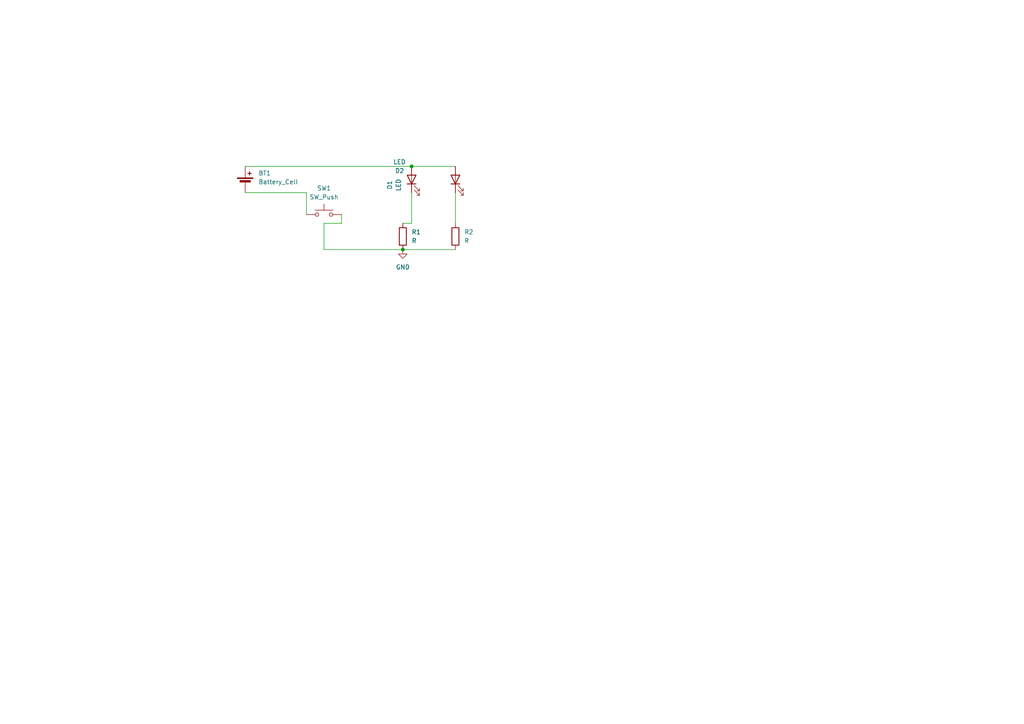
<source format=kicad_sch>
(kicad_sch
	(version 20231120)
	(generator "eeschema")
	(generator_version "8.0")
	(uuid "da0f3804-8015-4519-b0c7-f38fc7d45f6f")
	(paper "A4")
	(lib_symbols
		(symbol "Device:Battery_Cell"
			(pin_numbers hide)
			(pin_names
				(offset 0) hide)
			(exclude_from_sim no)
			(in_bom yes)
			(on_board yes)
			(property "Reference" "BT"
				(at 2.54 2.54 0)
				(effects
					(font
						(size 1.27 1.27)
					)
					(justify left)
				)
			)
			(property "Value" "Battery_Cell"
				(at 2.54 0 0)
				(effects
					(font
						(size 1.27 1.27)
					)
					(justify left)
				)
			)
			(property "Footprint" ""
				(at 0 1.524 90)
				(effects
					(font
						(size 1.27 1.27)
					)
					(hide yes)
				)
			)
			(property "Datasheet" "~"
				(at 0 1.524 90)
				(effects
					(font
						(size 1.27 1.27)
					)
					(hide yes)
				)
			)
			(property "Description" "Single-cell battery"
				(at 0 0 0)
				(effects
					(font
						(size 1.27 1.27)
					)
					(hide yes)
				)
			)
			(property "ki_keywords" "battery cell"
				(at 0 0 0)
				(effects
					(font
						(size 1.27 1.27)
					)
					(hide yes)
				)
			)
			(symbol "Battery_Cell_0_1"
				(rectangle
					(start -2.286 1.778)
					(end 2.286 1.524)
					(stroke
						(width 0)
						(type default)
					)
					(fill
						(type outline)
					)
				)
				(rectangle
					(start -1.524 1.016)
					(end 1.524 0.508)
					(stroke
						(width 0)
						(type default)
					)
					(fill
						(type outline)
					)
				)
				(polyline
					(pts
						(xy 0 0.762) (xy 0 0)
					)
					(stroke
						(width 0)
						(type default)
					)
					(fill
						(type none)
					)
				)
				(polyline
					(pts
						(xy 0 1.778) (xy 0 2.54)
					)
					(stroke
						(width 0)
						(type default)
					)
					(fill
						(type none)
					)
				)
				(polyline
					(pts
						(xy 0.762 3.048) (xy 1.778 3.048)
					)
					(stroke
						(width 0.254)
						(type default)
					)
					(fill
						(type none)
					)
				)
				(polyline
					(pts
						(xy 1.27 3.556) (xy 1.27 2.54)
					)
					(stroke
						(width 0.254)
						(type default)
					)
					(fill
						(type none)
					)
				)
			)
			(symbol "Battery_Cell_1_1"
				(pin passive line
					(at 0 5.08 270)
					(length 2.54)
					(name "+"
						(effects
							(font
								(size 1.27 1.27)
							)
						)
					)
					(number "1"
						(effects
							(font
								(size 1.27 1.27)
							)
						)
					)
				)
				(pin passive line
					(at 0 -2.54 90)
					(length 2.54)
					(name "-"
						(effects
							(font
								(size 1.27 1.27)
							)
						)
					)
					(number "2"
						(effects
							(font
								(size 1.27 1.27)
							)
						)
					)
				)
			)
		)
		(symbol "Device:LED"
			(pin_numbers hide)
			(pin_names
				(offset 1.016) hide)
			(exclude_from_sim no)
			(in_bom yes)
			(on_board yes)
			(property "Reference" "D"
				(at 0 2.54 0)
				(effects
					(font
						(size 1.27 1.27)
					)
				)
			)
			(property "Value" "LED"
				(at 0 -2.54 0)
				(effects
					(font
						(size 1.27 1.27)
					)
				)
			)
			(property "Footprint" ""
				(at 0 0 0)
				(effects
					(font
						(size 1.27 1.27)
					)
					(hide yes)
				)
			)
			(property "Datasheet" "~"
				(at 0 0 0)
				(effects
					(font
						(size 1.27 1.27)
					)
					(hide yes)
				)
			)
			(property "Description" "Light emitting diode"
				(at 0 0 0)
				(effects
					(font
						(size 1.27 1.27)
					)
					(hide yes)
				)
			)
			(property "ki_keywords" "LED diode"
				(at 0 0 0)
				(effects
					(font
						(size 1.27 1.27)
					)
					(hide yes)
				)
			)
			(property "ki_fp_filters" "LED* LED_SMD:* LED_THT:*"
				(at 0 0 0)
				(effects
					(font
						(size 1.27 1.27)
					)
					(hide yes)
				)
			)
			(symbol "LED_0_1"
				(polyline
					(pts
						(xy -1.27 -1.27) (xy -1.27 1.27)
					)
					(stroke
						(width 0.254)
						(type default)
					)
					(fill
						(type none)
					)
				)
				(polyline
					(pts
						(xy -1.27 0) (xy 1.27 0)
					)
					(stroke
						(width 0)
						(type default)
					)
					(fill
						(type none)
					)
				)
				(polyline
					(pts
						(xy 1.27 -1.27) (xy 1.27 1.27) (xy -1.27 0) (xy 1.27 -1.27)
					)
					(stroke
						(width 0.254)
						(type default)
					)
					(fill
						(type none)
					)
				)
				(polyline
					(pts
						(xy -3.048 -0.762) (xy -4.572 -2.286) (xy -3.81 -2.286) (xy -4.572 -2.286) (xy -4.572 -1.524)
					)
					(stroke
						(width 0)
						(type default)
					)
					(fill
						(type none)
					)
				)
				(polyline
					(pts
						(xy -1.778 -0.762) (xy -3.302 -2.286) (xy -2.54 -2.286) (xy -3.302 -2.286) (xy -3.302 -1.524)
					)
					(stroke
						(width 0)
						(type default)
					)
					(fill
						(type none)
					)
				)
			)
			(symbol "LED_1_1"
				(pin passive line
					(at -3.81 0 0)
					(length 2.54)
					(name "K"
						(effects
							(font
								(size 1.27 1.27)
							)
						)
					)
					(number "1"
						(effects
							(font
								(size 1.27 1.27)
							)
						)
					)
				)
				(pin passive line
					(at 3.81 0 180)
					(length 2.54)
					(name "A"
						(effects
							(font
								(size 1.27 1.27)
							)
						)
					)
					(number "2"
						(effects
							(font
								(size 1.27 1.27)
							)
						)
					)
				)
			)
		)
		(symbol "Device:R"
			(pin_numbers hide)
			(pin_names
				(offset 0)
			)
			(exclude_from_sim no)
			(in_bom yes)
			(on_board yes)
			(property "Reference" "R"
				(at 2.032 0 90)
				(effects
					(font
						(size 1.27 1.27)
					)
				)
			)
			(property "Value" "R"
				(at 0 0 90)
				(effects
					(font
						(size 1.27 1.27)
					)
				)
			)
			(property "Footprint" ""
				(at -1.778 0 90)
				(effects
					(font
						(size 1.27 1.27)
					)
					(hide yes)
				)
			)
			(property "Datasheet" "~"
				(at 0 0 0)
				(effects
					(font
						(size 1.27 1.27)
					)
					(hide yes)
				)
			)
			(property "Description" "Resistor"
				(at 0 0 0)
				(effects
					(font
						(size 1.27 1.27)
					)
					(hide yes)
				)
			)
			(property "ki_keywords" "R res resistor"
				(at 0 0 0)
				(effects
					(font
						(size 1.27 1.27)
					)
					(hide yes)
				)
			)
			(property "ki_fp_filters" "R_*"
				(at 0 0 0)
				(effects
					(font
						(size 1.27 1.27)
					)
					(hide yes)
				)
			)
			(symbol "R_0_1"
				(rectangle
					(start -1.016 -2.54)
					(end 1.016 2.54)
					(stroke
						(width 0.254)
						(type default)
					)
					(fill
						(type none)
					)
				)
			)
			(symbol "R_1_1"
				(pin passive line
					(at 0 3.81 270)
					(length 1.27)
					(name "~"
						(effects
							(font
								(size 1.27 1.27)
							)
						)
					)
					(number "1"
						(effects
							(font
								(size 1.27 1.27)
							)
						)
					)
				)
				(pin passive line
					(at 0 -3.81 90)
					(length 1.27)
					(name "~"
						(effects
							(font
								(size 1.27 1.27)
							)
						)
					)
					(number "2"
						(effects
							(font
								(size 1.27 1.27)
							)
						)
					)
				)
			)
		)
		(symbol "Switch:SW_Push"
			(pin_numbers hide)
			(pin_names
				(offset 1.016) hide)
			(exclude_from_sim no)
			(in_bom yes)
			(on_board yes)
			(property "Reference" "SW"
				(at 1.27 2.54 0)
				(effects
					(font
						(size 1.27 1.27)
					)
					(justify left)
				)
			)
			(property "Value" "SW_Push"
				(at 0 -1.524 0)
				(effects
					(font
						(size 1.27 1.27)
					)
				)
			)
			(property "Footprint" ""
				(at 0 5.08 0)
				(effects
					(font
						(size 1.27 1.27)
					)
					(hide yes)
				)
			)
			(property "Datasheet" "~"
				(at 0 5.08 0)
				(effects
					(font
						(size 1.27 1.27)
					)
					(hide yes)
				)
			)
			(property "Description" "Push button switch, generic, two pins"
				(at 0 0 0)
				(effects
					(font
						(size 1.27 1.27)
					)
					(hide yes)
				)
			)
			(property "ki_keywords" "switch normally-open pushbutton push-button"
				(at 0 0 0)
				(effects
					(font
						(size 1.27 1.27)
					)
					(hide yes)
				)
			)
			(symbol "SW_Push_0_1"
				(circle
					(center -2.032 0)
					(radius 0.508)
					(stroke
						(width 0)
						(type default)
					)
					(fill
						(type none)
					)
				)
				(polyline
					(pts
						(xy 0 1.27) (xy 0 3.048)
					)
					(stroke
						(width 0)
						(type default)
					)
					(fill
						(type none)
					)
				)
				(polyline
					(pts
						(xy 2.54 1.27) (xy -2.54 1.27)
					)
					(stroke
						(width 0)
						(type default)
					)
					(fill
						(type none)
					)
				)
				(circle
					(center 2.032 0)
					(radius 0.508)
					(stroke
						(width 0)
						(type default)
					)
					(fill
						(type none)
					)
				)
				(pin passive line
					(at -5.08 0 0)
					(length 2.54)
					(name "1"
						(effects
							(font
								(size 1.27 1.27)
							)
						)
					)
					(number "1"
						(effects
							(font
								(size 1.27 1.27)
							)
						)
					)
				)
				(pin passive line
					(at 5.08 0 180)
					(length 2.54)
					(name "2"
						(effects
							(font
								(size 1.27 1.27)
							)
						)
					)
					(number "2"
						(effects
							(font
								(size 1.27 1.27)
							)
						)
					)
				)
			)
		)
		(symbol "power:GND"
			(power)
			(pin_numbers hide)
			(pin_names
				(offset 0) hide)
			(exclude_from_sim no)
			(in_bom yes)
			(on_board yes)
			(property "Reference" "#PWR"
				(at 0 -6.35 0)
				(effects
					(font
						(size 1.27 1.27)
					)
					(hide yes)
				)
			)
			(property "Value" "GND"
				(at 0 -3.81 0)
				(effects
					(font
						(size 1.27 1.27)
					)
				)
			)
			(property "Footprint" ""
				(at 0 0 0)
				(effects
					(font
						(size 1.27 1.27)
					)
					(hide yes)
				)
			)
			(property "Datasheet" ""
				(at 0 0 0)
				(effects
					(font
						(size 1.27 1.27)
					)
					(hide yes)
				)
			)
			(property "Description" "Power symbol creates a global label with name \"GND\" , ground"
				(at 0 0 0)
				(effects
					(font
						(size 1.27 1.27)
					)
					(hide yes)
				)
			)
			(property "ki_keywords" "global power"
				(at 0 0 0)
				(effects
					(font
						(size 1.27 1.27)
					)
					(hide yes)
				)
			)
			(symbol "GND_0_1"
				(polyline
					(pts
						(xy 0 0) (xy 0 -1.27) (xy 1.27 -1.27) (xy 0 -2.54) (xy -1.27 -1.27) (xy 0 -1.27)
					)
					(stroke
						(width 0)
						(type default)
					)
					(fill
						(type none)
					)
				)
			)
			(symbol "GND_1_1"
				(pin power_in line
					(at 0 0 270)
					(length 0)
					(name "~"
						(effects
							(font
								(size 1.27 1.27)
							)
						)
					)
					(number "1"
						(effects
							(font
								(size 1.27 1.27)
							)
						)
					)
				)
			)
		)
	)
	(junction
		(at 116.84 72.39)
		(diameter 0)
		(color 0 0 0 0)
		(uuid "3d07dfcf-d83c-4129-ab1a-f6a9a145a432")
	)
	(junction
		(at 119.38 48.26)
		(diameter 0)
		(color 0 0 0 0)
		(uuid "5d8bd79d-156d-4a67-a689-66f3fa43e0ce")
	)
	(wire
		(pts
			(xy 88.9 55.88) (xy 88.9 62.23)
		)
		(stroke
			(width 0)
			(type default)
		)
		(uuid "1a8d199b-198d-490b-a5dd-6a5e47432e49")
	)
	(wire
		(pts
			(xy 119.38 64.77) (xy 119.38 55.88)
		)
		(stroke
			(width 0)
			(type default)
		)
		(uuid "1dab18cf-fa6a-4608-a1fd-3dce39f321d4")
	)
	(wire
		(pts
			(xy 93.98 72.39) (xy 116.84 72.39)
		)
		(stroke
			(width 0)
			(type default)
		)
		(uuid "3628315e-99bc-427c-9b8b-4f4c28f213dd")
	)
	(wire
		(pts
			(xy 119.38 48.26) (xy 132.08 48.26)
		)
		(stroke
			(width 0)
			(type default)
		)
		(uuid "6c09c31f-3a10-407d-8c35-950d5c61b3b0")
	)
	(wire
		(pts
			(xy 71.12 48.26) (xy 119.38 48.26)
		)
		(stroke
			(width 0)
			(type default)
		)
		(uuid "7720fe84-3d02-4ae7-96c2-8e90cbe18e6b")
	)
	(wire
		(pts
			(xy 71.12 55.88) (xy 88.9 55.88)
		)
		(stroke
			(width 0)
			(type default)
		)
		(uuid "7b5bbd12-e624-4f48-918f-77f4ec047c52")
	)
	(wire
		(pts
			(xy 116.84 64.77) (xy 119.38 64.77)
		)
		(stroke
			(width 0)
			(type default)
		)
		(uuid "89bb64e7-b1c5-46ed-8a93-9b68092a4094")
	)
	(wire
		(pts
			(xy 132.08 55.88) (xy 132.08 64.77)
		)
		(stroke
			(width 0)
			(type default)
		)
		(uuid "8e79f6b7-befb-4b14-92c6-9316ec085b97")
	)
	(wire
		(pts
			(xy 99.06 64.77) (xy 99.06 62.23)
		)
		(stroke
			(width 0)
			(type default)
		)
		(uuid "cac53fda-54bf-48c9-b81b-20c11da3027a")
	)
	(wire
		(pts
			(xy 116.84 72.39) (xy 132.08 72.39)
		)
		(stroke
			(width 0)
			(type default)
		)
		(uuid "cb17bc78-04bd-481a-b2ef-5fc872025b90")
	)
	(wire
		(pts
			(xy 93.98 64.77) (xy 93.98 72.39)
		)
		(stroke
			(width 0)
			(type default)
		)
		(uuid "ecfd7663-cf4c-4a8a-9d93-7aefd9450199")
	)
	(wire
		(pts
			(xy 93.98 64.77) (xy 99.06 64.77)
		)
		(stroke
			(width 0)
			(type default)
		)
		(uuid "f5990bbd-80f5-4854-b021-9d8fd05d4786")
	)
	(symbol
		(lib_id "Device:Battery_Cell")
		(at 71.12 53.34 0)
		(unit 1)
		(exclude_from_sim no)
		(in_bom yes)
		(on_board yes)
		(dnp no)
		(fields_autoplaced yes)
		(uuid "04b41406-aaf8-426f-b2b6-597898eff50d")
		(property "Reference" "BT1"
			(at 74.93 50.2284 0)
			(effects
				(font
					(size 1.27 1.27)
				)
				(justify left)
			)
		)
		(property "Value" "Battery_Cell"
			(at 74.93 52.7684 0)
			(effects
				(font
					(size 1.27 1.27)
				)
				(justify left)
			)
		)
		(property "Footprint" "Battery:BatteryHolder_Keystone_3034_1x20mm"
			(at 71.12 51.816 90)
			(effects
				(font
					(size 1.27 1.27)
				)
				(hide yes)
			)
		)
		(property "Datasheet" "~"
			(at 71.12 51.816 90)
			(effects
				(font
					(size 1.27 1.27)
				)
				(hide yes)
			)
		)
		(property "Description" "Single-cell battery"
			(at 71.12 53.34 0)
			(effects
				(font
					(size 1.27 1.27)
				)
				(hide yes)
			)
		)
		(pin "2"
			(uuid "0b01a234-862d-41a4-af45-db53d0d376cd")
		)
		(pin "1"
			(uuid "fc42c19a-aba1-4b6b-acee-bfe136b58bff")
		)
		(instances
			(project ""
				(path "/da0f3804-8015-4519-b0c7-f38fc7d45f6f"
					(reference "BT1")
					(unit 1)
				)
			)
		)
	)
	(symbol
		(lib_id "Device:R")
		(at 116.84 68.58 0)
		(unit 1)
		(exclude_from_sim no)
		(in_bom yes)
		(on_board yes)
		(dnp no)
		(fields_autoplaced yes)
		(uuid "400e4de4-2d1b-4b00-8854-e571903cce51")
		(property "Reference" "R1"
			(at 119.38 67.3099 0)
			(effects
				(font
					(size 1.27 1.27)
				)
				(justify left)
			)
		)
		(property "Value" "R"
			(at 119.38 69.8499 0)
			(effects
				(font
					(size 1.27 1.27)
				)
				(justify left)
			)
		)
		(property "Footprint" "Resistor_THT:R_Axial_DIN0207_L6.3mm_D2.5mm_P7.62mm_Horizontal"
			(at 115.062 68.58 90)
			(effects
				(font
					(size 1.27 1.27)
				)
				(hide yes)
			)
		)
		(property "Datasheet" "~"
			(at 116.84 68.58 0)
			(effects
				(font
					(size 1.27 1.27)
				)
				(hide yes)
			)
		)
		(property "Description" "Resistor"
			(at 116.84 68.58 0)
			(effects
				(font
					(size 1.27 1.27)
				)
				(hide yes)
			)
		)
		(pin "1"
			(uuid "0ad1708e-3eb3-4964-bdd0-3968a378e31d")
		)
		(pin "2"
			(uuid "0adea360-09c8-4bdf-af92-3e23472ac2ee")
		)
		(instances
			(project ""
				(path "/da0f3804-8015-4519-b0c7-f38fc7d45f6f"
					(reference "R1")
					(unit 1)
				)
			)
		)
	)
	(symbol
		(lib_id "Device:R")
		(at 132.08 68.58 0)
		(unit 1)
		(exclude_from_sim no)
		(in_bom yes)
		(on_board yes)
		(dnp no)
		(fields_autoplaced yes)
		(uuid "6b5ac31c-bf81-4890-b927-5e43a96a6fca")
		(property "Reference" "R2"
			(at 134.62 67.3099 0)
			(effects
				(font
					(size 1.27 1.27)
				)
				(justify left)
			)
		)
		(property "Value" "R"
			(at 134.62 69.8499 0)
			(effects
				(font
					(size 1.27 1.27)
				)
				(justify left)
			)
		)
		(property "Footprint" "Resistor_THT:R_Axial_DIN0207_L6.3mm_D2.5mm_P7.62mm_Horizontal"
			(at 130.302 68.58 90)
			(effects
				(font
					(size 1.27 1.27)
				)
				(hide yes)
			)
		)
		(property "Datasheet" "~"
			(at 132.08 68.58 0)
			(effects
				(font
					(size 1.27 1.27)
				)
				(hide yes)
			)
		)
		(property "Description" "Resistor"
			(at 132.08 68.58 0)
			(effects
				(font
					(size 1.27 1.27)
				)
				(hide yes)
			)
		)
		(pin "1"
			(uuid "aefdd30a-040d-47c2-acc8-a597bbe44322")
		)
		(pin "2"
			(uuid "f63f5a66-cebc-41f0-a152-d665f371ba82")
		)
		(instances
			(project ""
				(path "/da0f3804-8015-4519-b0c7-f38fc7d45f6f"
					(reference "R2")
					(unit 1)
				)
			)
		)
	)
	(symbol
		(lib_id "Switch:SW_Push")
		(at 93.98 62.23 0)
		(unit 1)
		(exclude_from_sim no)
		(in_bom yes)
		(on_board yes)
		(dnp no)
		(fields_autoplaced yes)
		(uuid "96a88c40-c138-4303-8feb-f1efc5bb2d57")
		(property "Reference" "SW1"
			(at 93.98 54.61 0)
			(effects
				(font
					(size 1.27 1.27)
				)
			)
		)
		(property "Value" "SW_Push"
			(at 93.98 57.15 0)
			(effects
				(font
					(size 1.27 1.27)
				)
			)
		)
		(property "Footprint" "Button_Switch_THT:SW_PUSH_6mm"
			(at 93.98 57.15 0)
			(effects
				(font
					(size 1.27 1.27)
				)
				(hide yes)
			)
		)
		(property "Datasheet" "~"
			(at 93.98 57.15 0)
			(effects
				(font
					(size 1.27 1.27)
				)
				(hide yes)
			)
		)
		(property "Description" "Push button switch, generic, two pins"
			(at 93.98 62.23 0)
			(effects
				(font
					(size 1.27 1.27)
				)
				(hide yes)
			)
		)
		(pin "2"
			(uuid "7364a8b0-293f-4365-a4d2-825ef583138f")
		)
		(pin "1"
			(uuid "62f60b7d-20c6-4061-a1a5-eab1cc044d26")
		)
		(instances
			(project ""
				(path "/da0f3804-8015-4519-b0c7-f38fc7d45f6f"
					(reference "SW1")
					(unit 1)
				)
			)
		)
	)
	(symbol
		(lib_id "Device:LED")
		(at 119.38 52.07 90)
		(unit 1)
		(exclude_from_sim no)
		(in_bom yes)
		(on_board yes)
		(dnp no)
		(fields_autoplaced yes)
		(uuid "a41398f8-bc95-4d55-be58-b2b6cb7e6bde")
		(property "Reference" "D1"
			(at 113.03 53.6575 0)
			(effects
				(font
					(size 1.27 1.27)
				)
			)
		)
		(property "Value" "LED"
			(at 115.57 53.6575 0)
			(effects
				(font
					(size 1.27 1.27)
				)
			)
		)
		(property "Footprint" "LED_THT:LED_D5.0mm"
			(at 119.38 52.07 0)
			(effects
				(font
					(size 1.27 1.27)
				)
				(hide yes)
			)
		)
		(property "Datasheet" "~"
			(at 119.38 52.07 0)
			(effects
				(font
					(size 1.27 1.27)
				)
				(hide yes)
			)
		)
		(property "Description" "Light emitting diode"
			(at 119.38 52.07 0)
			(effects
				(font
					(size 1.27 1.27)
				)
				(hide yes)
			)
		)
		(pin "1"
			(uuid "3d22a7c7-93fc-4b47-a13f-90829a37eec2")
		)
		(pin "2"
			(uuid "2b8c584b-f45b-47a5-ba73-e65f69a5304f")
		)
		(instances
			(project ""
				(path "/da0f3804-8015-4519-b0c7-f38fc7d45f6f"
					(reference "D1")
					(unit 1)
				)
			)
		)
	)
	(symbol
		(lib_id "power:GND")
		(at 116.84 72.39 0)
		(unit 1)
		(exclude_from_sim no)
		(in_bom yes)
		(on_board yes)
		(dnp no)
		(fields_autoplaced yes)
		(uuid "c26646da-bdde-49dc-93aa-1858fa6f362d")
		(property "Reference" "#PWR01"
			(at 116.84 78.74 0)
			(effects
				(font
					(size 1.27 1.27)
				)
				(hide yes)
			)
		)
		(property "Value" "GND"
			(at 116.84 77.47 0)
			(effects
				(font
					(size 1.27 1.27)
				)
			)
		)
		(property "Footprint" ""
			(at 116.84 72.39 0)
			(effects
				(font
					(size 1.27 1.27)
				)
				(hide yes)
			)
		)
		(property "Datasheet" ""
			(at 116.84 72.39 0)
			(effects
				(font
					(size 1.27 1.27)
				)
				(hide yes)
			)
		)
		(property "Description" "Power symbol creates a global label with name \"GND\" , ground"
			(at 116.84 72.39 0)
			(effects
				(font
					(size 1.27 1.27)
				)
				(hide yes)
			)
		)
		(pin "1"
			(uuid "e3825ced-77f5-4f8d-8d11-a3000b22333b")
		)
		(instances
			(project ""
				(path "/da0f3804-8015-4519-b0c7-f38fc7d45f6f"
					(reference "#PWR01")
					(unit 1)
				)
			)
		)
	)
	(symbol
		(lib_id "Device:LED")
		(at 132.08 52.07 90)
		(unit 1)
		(exclude_from_sim no)
		(in_bom yes)
		(on_board yes)
		(dnp no)
		(uuid "f4b0d419-f3f2-4020-8ecf-079a5397338c")
		(property "Reference" "D2"
			(at 115.8875 49.53 90)
			(effects
				(font
					(size 1.27 1.27)
				)
			)
		)
		(property "Value" "LED"
			(at 115.8875 46.99 90)
			(effects
				(font
					(size 1.27 1.27)
				)
			)
		)
		(property "Footprint" "LED_THT:LED_D5.0mm"
			(at 132.08 52.07 0)
			(effects
				(font
					(size 1.27 1.27)
				)
				(hide yes)
			)
		)
		(property "Datasheet" "~"
			(at 132.08 52.07 0)
			(effects
				(font
					(size 1.27 1.27)
				)
				(hide yes)
			)
		)
		(property "Description" "Light emitting diode"
			(at 132.08 52.07 0)
			(effects
				(font
					(size 1.27 1.27)
				)
				(hide yes)
			)
		)
		(pin "2"
			(uuid "29f74769-0310-45d9-8890-a7872635fb14")
		)
		(pin "1"
			(uuid "6edd7560-4034-427c-b797-03744f97e4b5")
		)
		(instances
			(project ""
				(path "/da0f3804-8015-4519-b0c7-f38fc7d45f6f"
					(reference "D2")
					(unit 1)
				)
			)
		)
	)
	(sheet_instances
		(path "/"
			(page "1")
		)
	)
)

</source>
